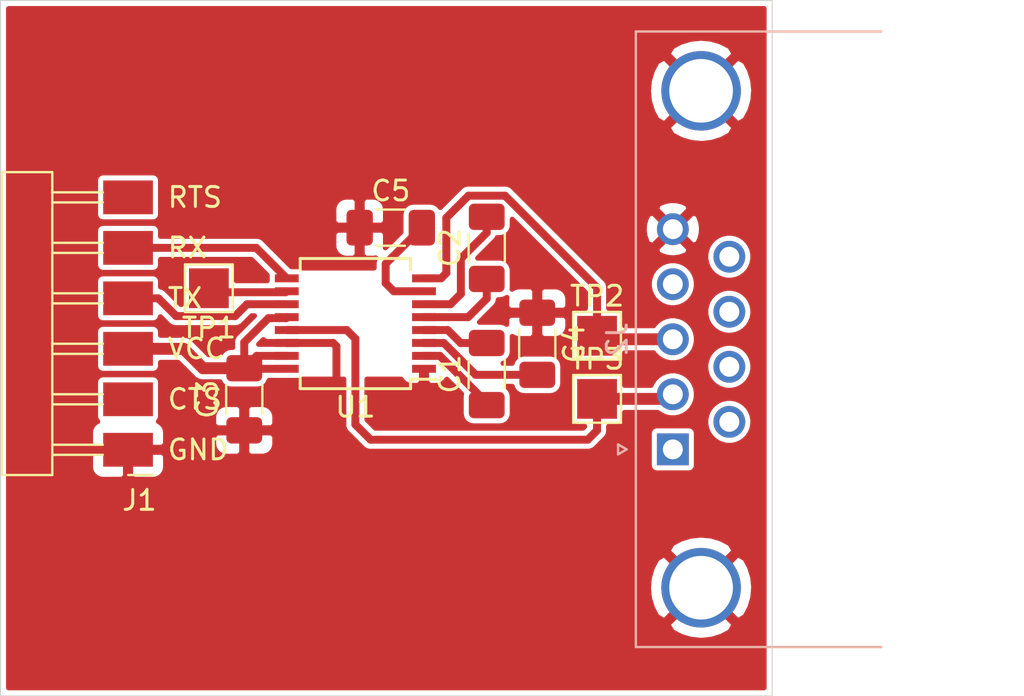
<source format=kicad_pcb>
(kicad_pcb (version 20171130) (host pcbnew "(5.1.10)-1")

  (general
    (thickness 1.6)
    (drawings 5)
    (tracks 66)
    (zones 0)
    (modules 11)
    (nets 22)
  )

  (page A4)
  (layers
    (0 F.Cu signal)
    (31 B.Cu signal)
    (32 B.Adhes user)
    (33 F.Adhes user)
    (34 B.Paste user)
    (35 F.Paste user)
    (36 B.SilkS user)
    (37 F.SilkS user hide)
    (38 B.Mask user)
    (39 F.Mask user)
    (40 Dwgs.User user)
    (41 Cmts.User user)
    (42 Eco1.User user)
    (43 Eco2.User user)
    (44 Edge.Cuts user)
    (45 Margin user)
    (46 B.CrtYd user)
    (47 F.CrtYd user)
    (48 B.Fab user hide)
    (49 F.Fab user hide)
  )

  (setup
    (last_trace_width 0.25)
    (user_trace_width 0.4)
    (user_trace_width 0.6)
    (trace_clearance 0.2)
    (zone_clearance 0.254)
    (zone_45_only no)
    (trace_min 0.2)
    (via_size 0.8)
    (via_drill 0.4)
    (via_min_size 0.4)
    (via_min_drill 0.3)
    (uvia_size 0.3)
    (uvia_drill 0.1)
    (uvias_allowed no)
    (uvia_min_size 0.2)
    (uvia_min_drill 0.1)
    (edge_width 0.05)
    (segment_width 0.2)
    (pcb_text_width 0.3)
    (pcb_text_size 1.5 1.5)
    (mod_edge_width 0.12)
    (mod_text_size 1 1)
    (mod_text_width 0.15)
    (pad_size 1.524 1.524)
    (pad_drill 0.762)
    (pad_to_mask_clearance 0)
    (aux_axis_origin 0 0)
    (visible_elements 7FFFFFFF)
    (pcbplotparams
      (layerselection 0x01000_ffffffff)
      (usegerberextensions false)
      (usegerberattributes true)
      (usegerberadvancedattributes true)
      (creategerberjobfile true)
      (excludeedgelayer true)
      (linewidth 0.100000)
      (plotframeref false)
      (viasonmask false)
      (mode 1)
      (useauxorigin false)
      (hpglpennumber 1)
      (hpglpenspeed 20)
      (hpglpendiameter 15.000000)
      (psnegative false)
      (psa4output false)
      (plotreference true)
      (plotvalue true)
      (plotinvisibletext false)
      (padsonsilk false)
      (subtractmaskfromsilk false)
      (outputformat 1)
      (mirror false)
      (drillshape 0)
      (scaleselection 1)
      (outputdirectory ""))
  )

  (net 0 "")
  (net 1 "Net-(C1-Pad2)")
  (net 2 "Net-(C1-Pad1)")
  (net 3 "Net-(C2-Pad2)")
  (net 4 "Net-(C2-Pad1)")
  (net 5 VCC)
  (net 6 GND)
  (net 7 "Net-(C4-Pad2)")
  (net 8 "Net-(C5-Pad2)")
  (net 9 "Net-(J1-Pad6)")
  (net 10 "Net-(J1-Pad2)")
  (net 11 "Net-(J2-Pad9)")
  (net 12 "Net-(J2-Pad8)")
  (net 13 "Net-(J2-Pad7)")
  (net 14 "Net-(J2-Pad6)")
  (net 15 "Net-(J2-Pad4)")
  (net 16 TX)
  (net 17 RX)
  (net 18 "Net-(J2-Pad1)")
  (net 19 "Net-(TP1-Pad1)")
  (net 20 RX_in)
  (net 21 TX_in)

  (net_class Default "This is the default net class."
    (clearance 0.2)
    (trace_width 0.25)
    (via_dia 0.8)
    (via_drill 0.4)
    (uvia_dia 0.3)
    (uvia_drill 0.1)
    (add_net GND)
    (add_net "Net-(C1-Pad1)")
    (add_net "Net-(C1-Pad2)")
    (add_net "Net-(C2-Pad1)")
    (add_net "Net-(C2-Pad2)")
    (add_net "Net-(C4-Pad2)")
    (add_net "Net-(C5-Pad2)")
    (add_net "Net-(J1-Pad2)")
    (add_net "Net-(J1-Pad6)")
    (add_net "Net-(J2-Pad1)")
    (add_net "Net-(J2-Pad4)")
    (add_net "Net-(J2-Pad6)")
    (add_net "Net-(J2-Pad7)")
    (add_net "Net-(J2-Pad8)")
    (add_net "Net-(J2-Pad9)")
    (add_net "Net-(TP1-Pad1)")
    (add_net RX)
    (add_net RX_in)
    (add_net TX)
    (add_net TX_in)
    (add_net VCC)
  )

  (module Package_SO:SSOP-16_5.3x6.2mm_P0.65mm (layer F.Cu) (tedit 5A02F25C) (tstamp 60F18BEC)
    (at 54.61 29.21 180)
    (descr "SSOP16: plastic shrink small outline package; 16 leads; body width 5.3 mm; (see NXP SSOP-TSSOP-VSO-REFLOW.pdf and sot338-1_po.pdf)")
    (tags "SSOP 0.65")
    (path /60EFFA3A)
    (attr smd)
    (fp_text reference U1 (at 0 -4.2) (layer F.SilkS)
      (effects (font (size 1 1) (thickness 0.15)))
    )
    (fp_text value MAX3221 (at 0 4.2) (layer F.Fab)
      (effects (font (size 1 1) (thickness 0.15)))
    )
    (fp_line (start -2.775 -2.8) (end -4.05 -2.8) (layer F.SilkS) (width 0.15))
    (fp_line (start -2.775 3.275) (end 2.775 3.275) (layer F.SilkS) (width 0.15))
    (fp_line (start -2.775 -3.275) (end 2.775 -3.275) (layer F.SilkS) (width 0.15))
    (fp_line (start -2.775 3.275) (end -2.775 2.7) (layer F.SilkS) (width 0.15))
    (fp_line (start 2.775 3.275) (end 2.775 2.7) (layer F.SilkS) (width 0.15))
    (fp_line (start 2.775 -3.275) (end 2.775 -2.7) (layer F.SilkS) (width 0.15))
    (fp_line (start -2.775 -3.275) (end -2.775 -2.8) (layer F.SilkS) (width 0.15))
    (fp_line (start -4.3 3.45) (end 4.3 3.45) (layer F.CrtYd) (width 0.05))
    (fp_line (start -4.3 -3.45) (end 4.3 -3.45) (layer F.CrtYd) (width 0.05))
    (fp_line (start 4.3 -3.45) (end 4.3 3.45) (layer F.CrtYd) (width 0.05))
    (fp_line (start -4.3 -3.45) (end -4.3 3.45) (layer F.CrtYd) (width 0.05))
    (fp_line (start -2.65 -2.1) (end -1.65 -3.1) (layer F.Fab) (width 0.15))
    (fp_line (start -2.65 3.1) (end -2.65 -2.1) (layer F.Fab) (width 0.15))
    (fp_line (start 2.65 3.1) (end -2.65 3.1) (layer F.Fab) (width 0.15))
    (fp_line (start 2.65 -3.1) (end 2.65 3.1) (layer F.Fab) (width 0.15))
    (fp_line (start -1.65 -3.1) (end 2.65 -3.1) (layer F.Fab) (width 0.15))
    (fp_text user %R (at 0 0) (layer F.Fab)
      (effects (font (size 0.8 0.8) (thickness 0.15)))
    )
    (pad 16 smd rect (at 3.45 -2.275 180) (size 1.2 0.4) (layers F.Cu F.Paste F.Mask)
      (net 5 VCC))
    (pad 15 smd rect (at 3.45 -1.625 180) (size 1.2 0.4) (layers F.Cu F.Paste F.Mask)
      (net 5 VCC))
    (pad 14 smd rect (at 3.45 -0.975 180) (size 1.2 0.4) (layers F.Cu F.Paste F.Mask)
      (net 6 GND))
    (pad 13 smd rect (at 3.45 -0.325 180) (size 1.2 0.4) (layers F.Cu F.Paste F.Mask)
      (net 17 RX))
    (pad 12 smd rect (at 3.45 0.325 180) (size 1.2 0.4) (layers F.Cu F.Paste F.Mask)
      (net 5 VCC))
    (pad 11 smd rect (at 3.45 0.975 180) (size 1.2 0.4) (layers F.Cu F.Paste F.Mask)
      (net 21 TX_in))
    (pad 10 smd rect (at 3.45 1.625 180) (size 1.2 0.4) (layers F.Cu F.Paste F.Mask)
      (net 19 "Net-(TP1-Pad1)"))
    (pad 9 smd rect (at 3.45 2.275 180) (size 1.2 0.4) (layers F.Cu F.Paste F.Mask)
      (net 20 RX_in))
    (pad 8 smd rect (at -3.45 2.275 180) (size 1.2 0.4) (layers F.Cu F.Paste F.Mask)
      (net 16 TX))
    (pad 7 smd rect (at -3.45 1.625 180) (size 1.2 0.4) (layers F.Cu F.Paste F.Mask)
      (net 8 "Net-(C5-Pad2)"))
    (pad 6 smd rect (at -3.45 0.975 180) (size 1.2 0.4) (layers F.Cu F.Paste F.Mask)
      (net 3 "Net-(C2-Pad2)"))
    (pad 5 smd rect (at -3.45 0.325 180) (size 1.2 0.4) (layers F.Cu F.Paste F.Mask)
      (net 4 "Net-(C2-Pad1)"))
    (pad 4 smd rect (at -3.45 -0.325 180) (size 1.2 0.4) (layers F.Cu F.Paste F.Mask)
      (net 1 "Net-(C1-Pad2)"))
    (pad 3 smd rect (at -3.45 -0.975 180) (size 1.2 0.4) (layers F.Cu F.Paste F.Mask)
      (net 7 "Net-(C4-Pad2)"))
    (pad 2 smd rect (at -3.45 -1.625 180) (size 1.2 0.4) (layers F.Cu F.Paste F.Mask)
      (net 2 "Net-(C1-Pad1)"))
    (pad 1 smd rect (at -3.45 -2.275 180) (size 1.2 0.4) (layers F.Cu F.Paste F.Mask)
      (net 6 GND))
    (model ${KISYS3DMOD}/Package_SO.3dshapes/SSOP-16_5.3x6.2mm_P0.65mm.wrl
      (at (xyz 0 0 0))
      (scale (xyz 1 1 1))
      (rotate (xyz 0 0 0))
    )
  )

  (module TestPoint:TestPoint_Pad_2.0x2.0mm (layer F.Cu) (tedit 5A0F774F) (tstamp 60F179DD)
    (at 66.76136 32.99968)
    (descr "SMD rectangular pad as test Point, square 2.0mm side length")
    (tags "test point SMD pad rectangle square")
    (path /60F1B8C1)
    (attr virtual)
    (fp_text reference TP3 (at 0 -1.998) (layer F.SilkS)
      (effects (font (size 1 1) (thickness 0.15)))
    )
    (fp_text value TestPoint (at 0 2.05) (layer F.Fab)
      (effects (font (size 1 1) (thickness 0.15)))
    )
    (fp_line (start 1.5 1.5) (end -1.5 1.5) (layer F.CrtYd) (width 0.05))
    (fp_line (start 1.5 1.5) (end 1.5 -1.5) (layer F.CrtYd) (width 0.05))
    (fp_line (start -1.5 -1.5) (end -1.5 1.5) (layer F.CrtYd) (width 0.05))
    (fp_line (start -1.5 -1.5) (end 1.5 -1.5) (layer F.CrtYd) (width 0.05))
    (fp_line (start -1.2 1.2) (end -1.2 -1.2) (layer F.SilkS) (width 0.12))
    (fp_line (start 1.2 1.2) (end -1.2 1.2) (layer F.SilkS) (width 0.12))
    (fp_line (start 1.2 -1.2) (end 1.2 1.2) (layer F.SilkS) (width 0.12))
    (fp_line (start -1.2 -1.2) (end 1.2 -1.2) (layer F.SilkS) (width 0.12))
    (fp_text user %R (at 0 -2) (layer F.Fab)
      (effects (font (size 1 1) (thickness 0.15)))
    )
    (pad 1 smd rect (at 0 0) (size 2 2) (layers F.Cu F.Mask)
      (net 17 RX))
  )

  (module TestPoint:TestPoint_Pad_2.0x2.0mm (layer F.Cu) (tedit 5A0F774F) (tstamp 60F18974)
    (at 66.76136 29.82468)
    (descr "SMD rectangular pad as test Point, square 2.0mm side length")
    (tags "test point SMD pad rectangle square")
    (path /60F1B019)
    (attr virtual)
    (fp_text reference TP2 (at 0 -1.998) (layer F.SilkS)
      (effects (font (size 1 1) (thickness 0.15)))
    )
    (fp_text value TestPoint (at 0 2.05) (layer F.Fab)
      (effects (font (size 1 1) (thickness 0.15)))
    )
    (fp_line (start 1.5 1.5) (end -1.5 1.5) (layer F.CrtYd) (width 0.05))
    (fp_line (start 1.5 1.5) (end 1.5 -1.5) (layer F.CrtYd) (width 0.05))
    (fp_line (start -1.5 -1.5) (end -1.5 1.5) (layer F.CrtYd) (width 0.05))
    (fp_line (start -1.5 -1.5) (end 1.5 -1.5) (layer F.CrtYd) (width 0.05))
    (fp_line (start -1.2 1.2) (end -1.2 -1.2) (layer F.SilkS) (width 0.12))
    (fp_line (start 1.2 1.2) (end -1.2 1.2) (layer F.SilkS) (width 0.12))
    (fp_line (start 1.2 -1.2) (end 1.2 1.2) (layer F.SilkS) (width 0.12))
    (fp_line (start -1.2 -1.2) (end 1.2 -1.2) (layer F.SilkS) (width 0.12))
    (fp_text user %R (at 0 -2) (layer F.Fab)
      (effects (font (size 1 1) (thickness 0.15)))
    )
    (pad 1 smd rect (at 0 0) (size 2 2) (layers F.Cu F.Mask)
      (net 16 TX))
  )

  (module TestPoint:TestPoint_Pad_2.0x2.0mm (layer F.Cu) (tedit 5A0F774F) (tstamp 60F18D5D)
    (at 47.244 27.432 180)
    (descr "SMD rectangular pad as test Point, square 2.0mm side length")
    (tags "test point SMD pad rectangle square")
    (path /60F0CD5B)
    (attr virtual)
    (fp_text reference TP1 (at 0 -1.998) (layer F.SilkS)
      (effects (font (size 1 1) (thickness 0.15)))
    )
    (fp_text value TestPoint (at 0 2.05) (layer F.Fab)
      (effects (font (size 1 1) (thickness 0.15)))
    )
    (fp_line (start 1.5 1.5) (end -1.5 1.5) (layer F.CrtYd) (width 0.05))
    (fp_line (start 1.5 1.5) (end 1.5 -1.5) (layer F.CrtYd) (width 0.05))
    (fp_line (start -1.5 -1.5) (end -1.5 1.5) (layer F.CrtYd) (width 0.05))
    (fp_line (start -1.5 -1.5) (end 1.5 -1.5) (layer F.CrtYd) (width 0.05))
    (fp_line (start -1.2 1.2) (end -1.2 -1.2) (layer F.SilkS) (width 0.12))
    (fp_line (start 1.2 1.2) (end -1.2 1.2) (layer F.SilkS) (width 0.12))
    (fp_line (start 1.2 -1.2) (end 1.2 1.2) (layer F.SilkS) (width 0.12))
    (fp_line (start -1.2 -1.2) (end 1.2 -1.2) (layer F.SilkS) (width 0.12))
    (fp_text user %R (at 0 -2) (layer F.Fab)
      (effects (font (size 1 1) (thickness 0.15)))
    )
    (pad 1 smd rect (at 0 0 180) (size 2 2) (layers F.Cu F.Mask)
      (net 19 "Net-(TP1-Pad1)"))
  )

  (module Connector_Dsub:DSUB-9_Female_Horizontal_P2.77x2.84mm_EdgePinOffset7.70mm_Housed_MountingHolesOffset9.12mm (layer B.Cu) (tedit 59FEDEE2) (tstamp 60F179B3)
    (at 70.57136 35.53968 270)
    (descr "9-pin D-Sub connector, horizontal/angled (90 deg), THT-mount, female, pitch 2.77x2.84mm, pin-PCB-offset 7.699999999999999mm, distance of mounting holes 25mm, distance of mounting holes to PCB edge 9.12mm, see https://disti-assets.s3.amazonaws.com/tonar/files/datasheets/16730.pdf")
    (tags "9-pin D-Sub connector horizontal angled 90deg THT female pitch 2.77x2.84mm pin-PCB-offset 7.699999999999999mm mounting-holes-distance 25mm mounting-hole-offset 25mm")
    (path /60F00B00)
    (fp_text reference J2 (at -5.54 2.8 270) (layer B.SilkS)
      (effects (font (size 1 1) (thickness 0.15)) (justify mirror))
    )
    (fp_text value DB9_Female_MountingHoles (at -5.54 -18.61 270) (layer B.Fab)
      (effects (font (size 1 1) (thickness 0.15)) (justify mirror))
    )
    (fp_line (start 10.4 2.35) (end -21.5 2.35) (layer B.CrtYd) (width 0.05))
    (fp_line (start 10.4 -17.65) (end 10.4 2.35) (layer B.CrtYd) (width 0.05))
    (fp_line (start -21.5 -17.65) (end 10.4 -17.65) (layer B.CrtYd) (width 0.05))
    (fp_line (start -21.5 2.35) (end -21.5 -17.65) (layer B.CrtYd) (width 0.05))
    (fp_line (start 0 2.321325) (end -0.25 2.754338) (layer B.SilkS) (width 0.12))
    (fp_line (start 0.25 2.754338) (end 0 2.321325) (layer B.SilkS) (width 0.12))
    (fp_line (start -0.25 2.754338) (end 0.25 2.754338) (layer B.SilkS) (width 0.12))
    (fp_line (start 9.945 1.86) (end 9.945 -10.48) (layer B.SilkS) (width 0.12))
    (fp_line (start -21.025 1.86) (end 9.945 1.86) (layer B.SilkS) (width 0.12))
    (fp_line (start -21.025 -10.48) (end -21.025 1.86) (layer B.SilkS) (width 0.12))
    (fp_line (start 8.56 -10.54) (end 8.56 -1.42) (layer B.Fab) (width 0.1))
    (fp_line (start 5.36 -10.54) (end 5.36 -1.42) (layer B.Fab) (width 0.1))
    (fp_line (start -16.44 -10.54) (end -16.44 -1.42) (layer B.Fab) (width 0.1))
    (fp_line (start -19.64 -10.54) (end -19.64 -1.42) (layer B.Fab) (width 0.1))
    (fp_line (start 9.46 -10.94) (end 4.46 -10.94) (layer B.Fab) (width 0.1))
    (fp_line (start 9.46 -15.94) (end 9.46 -10.94) (layer B.Fab) (width 0.1))
    (fp_line (start 4.46 -15.94) (end 9.46 -15.94) (layer B.Fab) (width 0.1))
    (fp_line (start 4.46 -10.94) (end 4.46 -15.94) (layer B.Fab) (width 0.1))
    (fp_line (start -15.54 -10.94) (end -20.54 -10.94) (layer B.Fab) (width 0.1))
    (fp_line (start -15.54 -15.94) (end -15.54 -10.94) (layer B.Fab) (width 0.1))
    (fp_line (start -20.54 -15.94) (end -15.54 -15.94) (layer B.Fab) (width 0.1))
    (fp_line (start -20.54 -10.94) (end -20.54 -15.94) (layer B.Fab) (width 0.1))
    (fp_line (start 2.61 -10.94) (end -13.69 -10.94) (layer B.Fab) (width 0.1))
    (fp_line (start 2.61 -17.11) (end 2.61 -10.94) (layer B.Fab) (width 0.1))
    (fp_line (start -13.69 -17.11) (end 2.61 -17.11) (layer B.Fab) (width 0.1))
    (fp_line (start -13.69 -10.94) (end -13.69 -17.11) (layer B.Fab) (width 0.1))
    (fp_line (start 9.885 -10.54) (end -20.965 -10.54) (layer B.Fab) (width 0.1))
    (fp_line (start 9.885 -10.94) (end 9.885 -10.54) (layer B.Fab) (width 0.1))
    (fp_line (start -20.965 -10.94) (end 9.885 -10.94) (layer B.Fab) (width 0.1))
    (fp_line (start -20.965 -10.54) (end -20.965 -10.94) (layer B.Fab) (width 0.1))
    (fp_line (start 9.885 1.8) (end -20.965 1.8) (layer B.Fab) (width 0.1))
    (fp_line (start 9.885 -10.54) (end 9.885 1.8) (layer B.Fab) (width 0.1))
    (fp_line (start -20.965 -10.54) (end 9.885 -10.54) (layer B.Fab) (width 0.1))
    (fp_line (start -20.965 1.8) (end -20.965 -10.54) (layer B.Fab) (width 0.1))
    (fp_text user %R (at -5.54 -14.025 270) (layer B.Fab)
      (effects (font (size 1 1) (thickness 0.15)) (justify mirror))
    )
    (fp_arc (start 6.96 -1.42) (end 5.36 -1.42) (angle -180) (layer B.Fab) (width 0.1))
    (fp_arc (start -18.04 -1.42) (end -19.64 -1.42) (angle -180) (layer B.Fab) (width 0.1))
    (pad 0 thru_hole circle (at 6.96 -1.42 270) (size 4 4) (drill 3.2) (layers *.Cu *.Mask)
      (net 6 GND))
    (pad 0 thru_hole circle (at -18.04 -1.42 270) (size 4 4) (drill 3.2) (layers *.Cu *.Mask)
      (net 6 GND))
    (pad 9 thru_hole circle (at -9.695 -2.84 270) (size 1.6 1.6) (drill 1) (layers *.Cu *.Mask)
      (net 11 "Net-(J2-Pad9)"))
    (pad 8 thru_hole circle (at -6.925 -2.84 270) (size 1.6 1.6) (drill 1) (layers *.Cu *.Mask)
      (net 12 "Net-(J2-Pad8)"))
    (pad 7 thru_hole circle (at -4.155 -2.84 270) (size 1.6 1.6) (drill 1) (layers *.Cu *.Mask)
      (net 13 "Net-(J2-Pad7)"))
    (pad 6 thru_hole circle (at -1.385 -2.84 270) (size 1.6 1.6) (drill 1) (layers *.Cu *.Mask)
      (net 14 "Net-(J2-Pad6)"))
    (pad 5 thru_hole circle (at -11.08 0 270) (size 1.6 1.6) (drill 1) (layers *.Cu *.Mask)
      (net 6 GND))
    (pad 4 thru_hole circle (at -8.31 0 270) (size 1.6 1.6) (drill 1) (layers *.Cu *.Mask)
      (net 15 "Net-(J2-Pad4)"))
    (pad 3 thru_hole circle (at -5.54 0 270) (size 1.6 1.6) (drill 1) (layers *.Cu *.Mask)
      (net 16 TX))
    (pad 2 thru_hole circle (at -2.77 0 270) (size 1.6 1.6) (drill 1) (layers *.Cu *.Mask)
      (net 17 RX))
    (pad 1 thru_hole rect (at 0 0 270) (size 1.6 1.6) (drill 1) (layers *.Cu *.Mask)
      (net 18 "Net-(J2-Pad1)"))
    (model ${KISYS3DMOD}/Connector_Dsub.3dshapes/DSUB-9_Female_Horizontal_P2.77x2.84mm_EdgePinOffset7.70mm_Housed_MountingHolesOffset9.12mm.wrl
      (at (xyz 0 0 0))
      (scale (xyz 1 1 1))
      (rotate (xyz 0 0 0))
    )
  )

  (module fab:PinHeader_FTDI_01x06_P2.54mm_Horizontal_SMD (layer F.Cu) (tedit 60851AE4) (tstamp 60F1797F)
    (at 43.18 35.56 180)
    (descr https://s3.amazonaws.com/catalogspreads-pdf/PAGE112-113%20.100%20MALE%20HDR.pdf)
    (tags "horizontal pin header SMD 2.54mm")
    (path /60F0243E)
    (attr smd)
    (fp_text reference J1 (at -1.524 -2.54 180) (layer F.SilkS)
      (effects (font (size 1 1) (thickness 0.15)) (justify right))
    )
    (fp_text value Conn_PinHeader_FTDI_1x06_P2.54mm_Horizontal_SMD (at 2.286 15.621) (layer F.Fab)
      (effects (font (size 1 1) (thickness 0.15)))
    )
    (fp_line (start -0.635 12.446) (end -0.635 12.954) (layer F.Fab) (width 0.1))
    (fp_line (start -0.635 9.906) (end -0.635 10.414) (layer F.Fab) (width 0.1))
    (fp_line (start -0.635 7.366) (end -0.635 7.874) (layer F.Fab) (width 0.1))
    (fp_line (start -0.635 4.826) (end -0.635 5.334) (layer F.Fab) (width 0.1))
    (fp_line (start -0.635 2.286) (end -0.635 2.794) (layer F.Fab) (width 0.1))
    (fp_line (start -0.635 -0.254) (end -0.635 0.254) (layer F.Fab) (width 0.1))
    (fp_line (start 3.81 12.954) (end 1.27 12.954) (layer F.SilkS) (width 0.12))
    (fp_line (start 3.81 12.446) (end 1.27 12.446) (layer F.SilkS) (width 0.12))
    (fp_line (start 3.81 10.414) (end 1.27 10.414) (layer F.SilkS) (width 0.12))
    (fp_line (start 3.81 9.906) (end 1.27 9.906) (layer F.SilkS) (width 0.12))
    (fp_line (start 3.81 7.874) (end 1.27 7.874) (layer F.SilkS) (width 0.12))
    (fp_line (start 3.81 7.366) (end 1.27 7.366) (layer F.SilkS) (width 0.12))
    (fp_line (start 3.81 5.334) (end 1.27 5.334) (layer F.SilkS) (width 0.12))
    (fp_line (start 3.81 4.826) (end 1.27 4.826) (layer F.SilkS) (width 0.12))
    (fp_line (start 3.81 2.794) (end 1.27 2.794) (layer F.SilkS) (width 0.12))
    (fp_line (start 3.81 2.286) (end 1.27 2.286) (layer F.SilkS) (width 0.12))
    (fp_line (start 3.81 0.254) (end 1.27 0.254) (layer F.SilkS) (width 0.12))
    (fp_line (start 3.81 -0.254) (end 1.27 -0.254) (layer F.SilkS) (width 0.12))
    (fp_line (start 3.81 13.97) (end 3.81 -1.27) (layer F.SilkS) (width 0.12))
    (fp_line (start 6.35 13.97) (end 3.81 13.97) (layer F.SilkS) (width 0.12))
    (fp_line (start 6.35 -1.27) (end 6.35 13.97) (layer F.SilkS) (width 0.12))
    (fp_line (start 3.81 -1.27) (end 6.35 -1.27) (layer F.SilkS) (width 0.12))
    (fp_line (start 3.81 12.7) (end -0.635 12.7) (layer F.Fab) (width 0.1))
    (fp_line (start 3.81 10.16) (end -0.635 10.16) (layer F.Fab) (width 0.1))
    (fp_line (start 3.81 7.62) (end -0.635 7.62) (layer F.Fab) (width 0.1))
    (fp_line (start 3.81 5.08) (end -0.635 5.08) (layer F.Fab) (width 0.1))
    (fp_line (start 3.81 2.54) (end -0.635 2.54) (layer F.Fab) (width 0.1))
    (fp_line (start 3.81 0) (end -0.635 0) (layer F.Fab) (width 0.1))
    (fp_line (start 6.34 -1.27) (end 6.35 13.97) (layer F.Fab) (width 0.1))
    (fp_line (start 3.8 13.97) (end 6.35 13.97) (layer F.Fab) (width 0.1))
    (fp_line (start 3.8 -1.27) (end 6.34 -1.27) (layer F.Fab) (width 0.1))
    (fp_line (start 3.8 13.97) (end 3.8 -1.27) (layer F.Fab) (width 0.1))
    (fp_line (start -1.27 -1.27) (end 0 -1.27) (layer F.SilkS) (width 0.12))
    (fp_line (start -1.8 -1.8) (end -1.8 14.5) (layer F.CrtYd) (width 0.05))
    (fp_line (start -1.8 14.5) (end 6.4 14.5) (layer F.CrtYd) (width 0.05))
    (fp_line (start 6.4 14.5) (end 6.4 -1.8) (layer F.CrtYd) (width 0.05))
    (fp_line (start 6.4 -1.8) (end -1.8 -1.8) (layer F.CrtYd) (width 0.05))
    (fp_text user RTS (at -1.905 12.7) (layer F.SilkS)
      (effects (font (size 1 1) (thickness 0.15)) (justify left))
    )
    (fp_text user RX (at -1.905 10.16) (layer F.SilkS)
      (effects (font (size 1 1) (thickness 0.15)) (justify left))
    )
    (fp_text user TX (at -1.905 7.62) (layer F.SilkS)
      (effects (font (size 1 1) (thickness 0.15)) (justify left))
    )
    (fp_text user VCC (at -1.905 5.08) (layer F.SilkS)
      (effects (font (size 1 1) (thickness 0.15)) (justify left))
    )
    (fp_text user CTS (at -1.905 2.54) (layer F.SilkS)
      (effects (font (size 1 1) (thickness 0.15)) (justify left))
    )
    (fp_text user GND (at -1.905 0) (layer F.SilkS)
      (effects (font (size 1 1) (thickness 0.15)) (justify left))
    )
    (fp_text user %R (at 2.6 6.1 90) (layer F.Fab)
      (effects (font (size 1 1) (thickness 0.15)))
    )
    (pad 6 smd rect (at 0 12.7 180) (size 2.5 1.7) (layers F.Cu F.Paste F.Mask)
      (net 9 "Net-(J1-Pad6)"))
    (pad 5 smd rect (at 0 10.16 180) (size 2.5 1.7) (layers F.Cu F.Paste F.Mask)
      (net 20 RX_in))
    (pad 4 smd rect (at 0 7.62 180) (size 2.5 1.7) (layers F.Cu F.Paste F.Mask)
      (net 21 TX_in))
    (pad 3 smd rect (at 0 5.08 180) (size 2.5 1.7) (layers F.Cu F.Paste F.Mask)
      (net 5 VCC))
    (pad 2 smd rect (at 0 2.54 180) (size 2.5 1.7) (layers F.Cu F.Paste F.Mask)
      (net 10 "Net-(J1-Pad2)"))
    (pad 1 smd rect (at 0 0 180) (size 2.5 1.7) (layers F.Cu F.Paste F.Mask)
      (net 6 GND))
    (model ${FAB}/fab.3dshapes/Header_SMD_01x06_P2.54mm_Horizontal_Male.step
      (at (xyz 0 0 0))
      (scale (xyz 1 1 1))
      (rotate (xyz 0 0 0))
    )
  )

  (module Capacitor_SMD:C_1206_3216Metric_Pad1.33x1.80mm_HandSolder (layer F.Cu) (tedit 5F68FEEF) (tstamp 60F18CFB)
    (at 56.388 24.384)
    (descr "Capacitor SMD 1206 (3216 Metric), square (rectangular) end terminal, IPC_7351 nominal with elongated pad for handsoldering. (Body size source: IPC-SM-782 page 76, https://www.pcb-3d.com/wordpress/wp-content/uploads/ipc-sm-782a_amendment_1_and_2.pdf), generated with kicad-footprint-generator")
    (tags "capacitor handsolder")
    (path /60F08917)
    (attr smd)
    (fp_text reference C5 (at 0 -1.85) (layer F.SilkS)
      (effects (font (size 1 1) (thickness 0.15)))
    )
    (fp_text value 0.1u (at 0 1.85) (layer F.Fab)
      (effects (font (size 1 1) (thickness 0.15)))
    )
    (fp_line (start 2.48 1.15) (end -2.48 1.15) (layer F.CrtYd) (width 0.05))
    (fp_line (start 2.48 -1.15) (end 2.48 1.15) (layer F.CrtYd) (width 0.05))
    (fp_line (start -2.48 -1.15) (end 2.48 -1.15) (layer F.CrtYd) (width 0.05))
    (fp_line (start -2.48 1.15) (end -2.48 -1.15) (layer F.CrtYd) (width 0.05))
    (fp_line (start -0.711252 0.91) (end 0.711252 0.91) (layer F.SilkS) (width 0.12))
    (fp_line (start -0.711252 -0.91) (end 0.711252 -0.91) (layer F.SilkS) (width 0.12))
    (fp_line (start 1.6 0.8) (end -1.6 0.8) (layer F.Fab) (width 0.1))
    (fp_line (start 1.6 -0.8) (end 1.6 0.8) (layer F.Fab) (width 0.1))
    (fp_line (start -1.6 -0.8) (end 1.6 -0.8) (layer F.Fab) (width 0.1))
    (fp_line (start -1.6 0.8) (end -1.6 -0.8) (layer F.Fab) (width 0.1))
    (fp_text user %R (at 0 0) (layer F.Fab)
      (effects (font (size 0.8 0.8) (thickness 0.12)))
    )
    (pad 2 smd roundrect (at 1.5625 0) (size 1.325 1.8) (layers F.Cu F.Paste F.Mask) (roundrect_rratio 0.1886784905660377)
      (net 8 "Net-(C5-Pad2)"))
    (pad 1 smd roundrect (at -1.5625 0) (size 1.325 1.8) (layers F.Cu F.Paste F.Mask) (roundrect_rratio 0.1886784905660377)
      (net 6 GND))
    (model ${KISYS3DMOD}/Capacitor_SMD.3dshapes/C_1206_3216Metric.wrl
      (at (xyz 0 0 0))
      (scale (xyz 1 1 1))
      (rotate (xyz 0 0 0))
    )
  )

  (module Capacitor_SMD:C_1206_3216Metric_Pad1.33x1.80mm_HandSolder (layer F.Cu) (tedit 5F68FEEF) (tstamp 60F18C74)
    (at 63.754 30.226 270)
    (descr "Capacitor SMD 1206 (3216 Metric), square (rectangular) end terminal, IPC_7351 nominal with elongated pad for handsoldering. (Body size source: IPC-SM-782 page 76, https://www.pcb-3d.com/wordpress/wp-content/uploads/ipc-sm-782a_amendment_1_and_2.pdf), generated with kicad-footprint-generator")
    (tags "capacitor handsolder")
    (path /60F08105)
    (attr smd)
    (fp_text reference C4 (at 0 -1.85 90) (layer F.SilkS)
      (effects (font (size 1 1) (thickness 0.15)))
    )
    (fp_text value 0.1u (at 0 1.85 90) (layer F.Fab)
      (effects (font (size 1 1) (thickness 0.15)))
    )
    (fp_line (start 2.48 1.15) (end -2.48 1.15) (layer F.CrtYd) (width 0.05))
    (fp_line (start 2.48 -1.15) (end 2.48 1.15) (layer F.CrtYd) (width 0.05))
    (fp_line (start -2.48 -1.15) (end 2.48 -1.15) (layer F.CrtYd) (width 0.05))
    (fp_line (start -2.48 1.15) (end -2.48 -1.15) (layer F.CrtYd) (width 0.05))
    (fp_line (start -0.711252 0.91) (end 0.711252 0.91) (layer F.SilkS) (width 0.12))
    (fp_line (start -0.711252 -0.91) (end 0.711252 -0.91) (layer F.SilkS) (width 0.12))
    (fp_line (start 1.6 0.8) (end -1.6 0.8) (layer F.Fab) (width 0.1))
    (fp_line (start 1.6 -0.8) (end 1.6 0.8) (layer F.Fab) (width 0.1))
    (fp_line (start -1.6 -0.8) (end 1.6 -0.8) (layer F.Fab) (width 0.1))
    (fp_line (start -1.6 0.8) (end -1.6 -0.8) (layer F.Fab) (width 0.1))
    (fp_text user %R (at 0 0 90) (layer F.Fab)
      (effects (font (size 0.8 0.8) (thickness 0.12)))
    )
    (pad 2 smd roundrect (at 1.5625 0 270) (size 1.325 1.8) (layers F.Cu F.Paste F.Mask) (roundrect_rratio 0.1886784905660377)
      (net 7 "Net-(C4-Pad2)"))
    (pad 1 smd roundrect (at -1.5625 0 270) (size 1.325 1.8) (layers F.Cu F.Paste F.Mask) (roundrect_rratio 0.1886784905660377)
      (net 6 GND))
    (model ${KISYS3DMOD}/Capacitor_SMD.3dshapes/C_1206_3216Metric.wrl
      (at (xyz 0 0 0))
      (scale (xyz 1 1 1))
      (rotate (xyz 0 0 0))
    )
  )

  (module Capacitor_SMD:C_1206_3216Metric_Pad1.33x1.80mm_HandSolder (layer F.Cu) (tedit 5F68FEEF) (tstamp 60F17927)
    (at 49.022 33.02 90)
    (descr "Capacitor SMD 1206 (3216 Metric), square (rectangular) end terminal, IPC_7351 nominal with elongated pad for handsoldering. (Body size source: IPC-SM-782 page 76, https://www.pcb-3d.com/wordpress/wp-content/uploads/ipc-sm-782a_amendment_1_and_2.pdf), generated with kicad-footprint-generator")
    (tags "capacitor handsolder")
    (path /60F08E8E)
    (attr smd)
    (fp_text reference C3 (at 0 -1.85 90) (layer F.SilkS)
      (effects (font (size 1 1) (thickness 0.15)))
    )
    (fp_text value 0.1u (at 0 1.85 90) (layer F.Fab)
      (effects (font (size 1 1) (thickness 0.15)))
    )
    (fp_line (start 2.48 1.15) (end -2.48 1.15) (layer F.CrtYd) (width 0.05))
    (fp_line (start 2.48 -1.15) (end 2.48 1.15) (layer F.CrtYd) (width 0.05))
    (fp_line (start -2.48 -1.15) (end 2.48 -1.15) (layer F.CrtYd) (width 0.05))
    (fp_line (start -2.48 1.15) (end -2.48 -1.15) (layer F.CrtYd) (width 0.05))
    (fp_line (start -0.711252 0.91) (end 0.711252 0.91) (layer F.SilkS) (width 0.12))
    (fp_line (start -0.711252 -0.91) (end 0.711252 -0.91) (layer F.SilkS) (width 0.12))
    (fp_line (start 1.6 0.8) (end -1.6 0.8) (layer F.Fab) (width 0.1))
    (fp_line (start 1.6 -0.8) (end 1.6 0.8) (layer F.Fab) (width 0.1))
    (fp_line (start -1.6 -0.8) (end 1.6 -0.8) (layer F.Fab) (width 0.1))
    (fp_line (start -1.6 0.8) (end -1.6 -0.8) (layer F.Fab) (width 0.1))
    (fp_text user %R (at 0 0 90) (layer F.Fab)
      (effects (font (size 0.8 0.8) (thickness 0.12)))
    )
    (pad 2 smd roundrect (at 1.5625 0 90) (size 1.325 1.8) (layers F.Cu F.Paste F.Mask) (roundrect_rratio 0.1886784905660377)
      (net 5 VCC))
    (pad 1 smd roundrect (at -1.5625 0 90) (size 1.325 1.8) (layers F.Cu F.Paste F.Mask) (roundrect_rratio 0.1886784905660377)
      (net 6 GND))
    (model ${KISYS3DMOD}/Capacitor_SMD.3dshapes/C_1206_3216Metric.wrl
      (at (xyz 0 0 0))
      (scale (xyz 1 1 1))
      (rotate (xyz 0 0 0))
    )
  )

  (module Capacitor_SMD:C_1206_3216Metric_Pad1.33x1.80mm_HandSolder (layer F.Cu) (tedit 5F68FEEF) (tstamp 60F18CA4)
    (at 61.214 25.4 90)
    (descr "Capacitor SMD 1206 (3216 Metric), square (rectangular) end terminal, IPC_7351 nominal with elongated pad for handsoldering. (Body size source: IPC-SM-782 page 76, https://www.pcb-3d.com/wordpress/wp-content/uploads/ipc-sm-782a_amendment_1_and_2.pdf), generated with kicad-footprint-generator")
    (tags "capacitor handsolder")
    (path /60F07069)
    (attr smd)
    (fp_text reference C2 (at 0 -1.85 90) (layer F.SilkS)
      (effects (font (size 1 1) (thickness 0.15)))
    )
    (fp_text value 0.1u (at 0 1.85 90) (layer F.Fab)
      (effects (font (size 1 1) (thickness 0.15)))
    )
    (fp_line (start 2.48 1.15) (end -2.48 1.15) (layer F.CrtYd) (width 0.05))
    (fp_line (start 2.48 -1.15) (end 2.48 1.15) (layer F.CrtYd) (width 0.05))
    (fp_line (start -2.48 -1.15) (end 2.48 -1.15) (layer F.CrtYd) (width 0.05))
    (fp_line (start -2.48 1.15) (end -2.48 -1.15) (layer F.CrtYd) (width 0.05))
    (fp_line (start -0.711252 0.91) (end 0.711252 0.91) (layer F.SilkS) (width 0.12))
    (fp_line (start -0.711252 -0.91) (end 0.711252 -0.91) (layer F.SilkS) (width 0.12))
    (fp_line (start 1.6 0.8) (end -1.6 0.8) (layer F.Fab) (width 0.1))
    (fp_line (start 1.6 -0.8) (end 1.6 0.8) (layer F.Fab) (width 0.1))
    (fp_line (start -1.6 -0.8) (end 1.6 -0.8) (layer F.Fab) (width 0.1))
    (fp_line (start -1.6 0.8) (end -1.6 -0.8) (layer F.Fab) (width 0.1))
    (fp_text user %R (at 0 0 90) (layer F.Fab)
      (effects (font (size 0.8 0.8) (thickness 0.12)))
    )
    (pad 2 smd roundrect (at 1.5625 0 90) (size 1.325 1.8) (layers F.Cu F.Paste F.Mask) (roundrect_rratio 0.1886784905660377)
      (net 3 "Net-(C2-Pad2)"))
    (pad 1 smd roundrect (at -1.5625 0 90) (size 1.325 1.8) (layers F.Cu F.Paste F.Mask) (roundrect_rratio 0.1886784905660377)
      (net 4 "Net-(C2-Pad1)"))
    (model ${KISYS3DMOD}/Capacitor_SMD.3dshapes/C_1206_3216Metric.wrl
      (at (xyz 0 0 0))
      (scale (xyz 1 1 1))
      (rotate (xyz 0 0 0))
    )
  )

  (module Capacitor_SMD:C_1206_3216Metric_Pad1.33x1.80mm_HandSolder (layer F.Cu) (tedit 5F68FEEF) (tstamp 60F18C44)
    (at 61.214 31.75 90)
    (descr "Capacitor SMD 1206 (3216 Metric), square (rectangular) end terminal, IPC_7351 nominal with elongated pad for handsoldering. (Body size source: IPC-SM-782 page 76, https://www.pcb-3d.com/wordpress/wp-content/uploads/ipc-sm-782a_amendment_1_and_2.pdf), generated with kicad-footprint-generator")
    (tags "capacitor handsolder")
    (path /60F07B9C)
    (attr smd)
    (fp_text reference C1 (at 0 -1.85 90) (layer F.SilkS)
      (effects (font (size 1 1) (thickness 0.15)))
    )
    (fp_text value 0.1u (at 0 1.85 90) (layer F.Fab)
      (effects (font (size 1 1) (thickness 0.15)))
    )
    (fp_line (start 2.48 1.15) (end -2.48 1.15) (layer F.CrtYd) (width 0.05))
    (fp_line (start 2.48 -1.15) (end 2.48 1.15) (layer F.CrtYd) (width 0.05))
    (fp_line (start -2.48 -1.15) (end 2.48 -1.15) (layer F.CrtYd) (width 0.05))
    (fp_line (start -2.48 1.15) (end -2.48 -1.15) (layer F.CrtYd) (width 0.05))
    (fp_line (start -0.711252 0.91) (end 0.711252 0.91) (layer F.SilkS) (width 0.12))
    (fp_line (start -0.711252 -0.91) (end 0.711252 -0.91) (layer F.SilkS) (width 0.12))
    (fp_line (start 1.6 0.8) (end -1.6 0.8) (layer F.Fab) (width 0.1))
    (fp_line (start 1.6 -0.8) (end 1.6 0.8) (layer F.Fab) (width 0.1))
    (fp_line (start -1.6 -0.8) (end 1.6 -0.8) (layer F.Fab) (width 0.1))
    (fp_line (start -1.6 0.8) (end -1.6 -0.8) (layer F.Fab) (width 0.1))
    (fp_text user %R (at 0 0 90) (layer F.Fab)
      (effects (font (size 0.8 0.8) (thickness 0.12)))
    )
    (pad 2 smd roundrect (at 1.5625 0 90) (size 1.325 1.8) (layers F.Cu F.Paste F.Mask) (roundrect_rratio 0.1886784905660377)
      (net 1 "Net-(C1-Pad2)"))
    (pad 1 smd roundrect (at -1.5625 0 90) (size 1.325 1.8) (layers F.Cu F.Paste F.Mask) (roundrect_rratio 0.1886784905660377)
      (net 2 "Net-(C1-Pad1)"))
    (model ${KISYS3DMOD}/Capacitor_SMD.3dshapes/C_1206_3216Metric.wrl
      (at (xyz 0 0 0))
      (scale (xyz 1 1 1))
      (rotate (xyz 0 0 0))
    )
  )

  (gr_line (start 36.7665 12.954) (end 36.83 12.954) (layer Edge.Cuts) (width 0.05) (tstamp 60F1969C))
  (gr_line (start 36.7665 47.9425) (end 36.7665 12.954) (layer Edge.Cuts) (width 0.05))
  (gr_line (start 75.565 47.9425) (end 36.7665 47.9425) (layer Edge.Cuts) (width 0.05))
  (gr_line (start 75.565 12.954) (end 75.565 47.9425) (layer Edge.Cuts) (width 0.05))
  (gr_line (start 36.83 12.954) (end 75.565 12.954) (layer Edge.Cuts) (width 0.05))

  (segment (start 59.253 29.535) (end 58.06 29.535) (width 0.4) (layer F.Cu) (net 1))
  (segment (start 59.9055 30.1875) (end 59.253 29.535) (width 0.4) (layer F.Cu) (net 1))
  (segment (start 61.214 30.1875) (end 59.9055 30.1875) (width 0.4) (layer F.Cu) (net 1))
  (segment (start 61.214 33.193084) (end 58.855916 30.835) (width 0.4) (layer F.Cu) (net 2))
  (segment (start 61.214 33.3125) (end 61.214 33.193084) (width 0.4) (layer F.Cu) (net 2))
  (segment (start 58.855916 30.835) (end 58.06 30.835) (width 0.4) (layer F.Cu) (net 2))
  (segment (start 59.395 28.235) (end 58.06 28.235) (width 0.4) (layer F.Cu) (net 3))
  (segment (start 59.91399 27.71601) (end 59.395 28.235) (width 0.4) (layer F.Cu) (net 3))
  (segment (start 59.91399 25.93801) (end 59.91399 27.71601) (width 0.4) (layer F.Cu) (net 3))
  (segment (start 61.214 24.638) (end 59.91399 25.93801) (width 0.4) (layer F.Cu) (net 3))
  (segment (start 61.214 23.8375) (end 61.214 24.638) (width 0.4) (layer F.Cu) (net 3))
  (segment (start 60.280744 28.885) (end 58.06 28.885) (width 0.4) (layer F.Cu) (net 4))
  (segment (start 61.214 27.951744) (end 60.280744 28.885) (width 0.4) (layer F.Cu) (net 4))
  (segment (start 61.214 26.9625) (end 61.214 27.951744) (width 0.4) (layer F.Cu) (net 4))
  (segment (start 46.9515 31.4575) (end 49.022 31.4575) (width 0.6) (layer F.Cu) (net 5))
  (segment (start 45.974 30.48) (end 46.9515 31.4575) (width 0.6) (layer F.Cu) (net 5))
  (segment (start 43.18 30.48) (end 45.974 30.48) (width 0.6) (layer F.Cu) (net 5))
  (segment (start 49.0495 31.485) (end 49.022 31.4575) (width 0.4) (layer F.Cu) (net 5))
  (segment (start 51.16 31.485) (end 49.0495 31.485) (width 0.4) (layer F.Cu) (net 5))
  (segment (start 49.6445 30.835) (end 49.022 31.4575) (width 0.4) (layer F.Cu) (net 5))
  (segment (start 51.16 30.835) (end 49.6445 30.835) (width 0.4) (layer F.Cu) (net 5))
  (segment (start 49.022 30.152998) (end 49.022 31.4575) (width 0.4) (layer F.Cu) (net 5))
  (segment (start 50.239999 28.934999) (end 49.022 30.152998) (width 0.4) (layer F.Cu) (net 5))
  (segment (start 51.138501 28.934999) (end 50.239999 28.934999) (width 0.4) (layer F.Cu) (net 5))
  (segment (start 51.16 28.9135) (end 51.138501 28.934999) (width 0.4) (layer F.Cu) (net 5))
  (segment (start 51.16 28.885) (end 51.16 28.9135) (width 0.4) (layer F.Cu) (net 5))
  (segment (start 53.6575 33.3375) (end 53.9115 33.3375) (width 0.4) (layer F.Cu) (net 6))
  (segment (start 53.6575 30.353) (end 53.6575 33.3375) (width 0.4) (layer F.Cu) (net 6))
  (segment (start 53.4895 30.185) (end 53.6575 30.353) (width 0.4) (layer F.Cu) (net 6))
  (segment (start 51.16 30.185) (end 53.4895 30.185) (width 0.4) (layer F.Cu) (net 6))
  (segment (start 63.754 31.7885) (end 60.657958 31.7885) (width 0.4) (layer F.Cu) (net 7))
  (segment (start 59.054458 30.185) (end 58.06 30.185) (width 0.4) (layer F.Cu) (net 7))
  (segment (start 60.657958 31.7885) (end 59.054458 30.185) (width 0.4) (layer F.Cu) (net 7))
  (segment (start 57.9505 24.384) (end 56.134 26.2005) (width 0.4) (layer F.Cu) (net 8))
  (segment (start 56.134 26.2005) (end 56.134 27.178) (width 0.4) (layer F.Cu) (net 8))
  (segment (start 56.541 27.585) (end 58.06 27.585) (width 0.4) (layer F.Cu) (net 8))
  (segment (start 56.134 27.178) (end 56.541 27.585) (width 0.4) (layer F.Cu) (net 8))
  (segment (start 66.93636 29.99968) (end 66.76136 29.82468) (width 0.6) (layer F.Cu) (net 16))
  (segment (start 70.57136 29.99968) (end 66.93636 29.99968) (width 0.6) (layer F.Cu) (net 16))
  (segment (start 60.294754 22.77499) (end 59.182 23.887744) (width 0.4) (layer F.Cu) (net 16))
  (segment (start 62.133246 22.77499) (end 60.294754 22.77499) (width 0.4) (layer F.Cu) (net 16))
  (segment (start 66.76136 27.403104) (end 62.133246 22.77499) (width 0.4) (layer F.Cu) (net 16))
  (segment (start 66.76136 29.82468) (end 66.76136 27.403104) (width 0.4) (layer F.Cu) (net 16))
  (segment (start 58.917 26.935) (end 58.06 26.935) (width 0.4) (layer F.Cu) (net 16))
  (segment (start 59.182 26.67) (end 58.917 26.935) (width 0.4) (layer F.Cu) (net 16))
  (segment (start 59.182 23.887744) (end 59.182 26.67) (width 0.4) (layer F.Cu) (net 16))
  (segment (start 51.16 29.535) (end 54.173 29.535) (width 0.4) (layer F.Cu) (net 17))
  (segment (start 54.173 29.535) (end 54.61 29.972) (width 0.4) (layer F.Cu) (net 17))
  (segment (start 54.61 29.972) (end 54.61 34.29) (width 0.4) (layer F.Cu) (net 17))
  (segment (start 54.61 34.29) (end 55.372 35.052) (width 0.4) (layer F.Cu) (net 17))
  (segment (start 55.372 35.052) (end 66.294 35.052) (width 0.4) (layer F.Cu) (net 17))
  (segment (start 66.76136 34.58464) (end 66.76136 32.99968) (width 0.4) (layer F.Cu) (net 17))
  (segment (start 66.294 35.052) (end 66.76136 34.58464) (width 0.4) (layer F.Cu) (net 17))
  (segment (start 70.34136 32.99968) (end 70.57136 32.76968) (width 0.6) (layer F.Cu) (net 17))
  (segment (start 66.76136 32.99968) (end 70.34136 32.99968) (width 0.6) (layer F.Cu) (net 17))
  (segment (start 47.44699 27.63499) (end 47.244 27.432) (width 0.4) (layer F.Cu) (net 19))
  (segment (start 51.10501 27.63499) (end 47.44699 27.63499) (width 0.4) (layer F.Cu) (net 19))
  (segment (start 51.155 27.585) (end 51.10501 27.63499) (width 0.4) (layer F.Cu) (net 19))
  (segment (start 51.16 27.585) (end 51.155 27.585) (width 0.4) (layer F.Cu) (net 19))
  (segment (start 49.625 25.4) (end 43.18 25.4) (width 0.4) (layer F.Cu) (net 20))
  (segment (start 51.16 26.935) (end 49.625 25.4) (width 0.4) (layer F.Cu) (net 20))
  (segment (start 48.564001 28.832001) (end 45.596001 28.832001) (width 0.4) (layer F.Cu) (net 21))
  (segment (start 49.161002 28.235) (end 48.564001 28.832001) (width 0.4) (layer F.Cu) (net 21))
  (segment (start 51.16 28.235) (end 49.161002 28.235) (width 0.4) (layer F.Cu) (net 21))
  (segment (start 44.704 27.94) (end 43.18 27.94) (width 0.4) (layer F.Cu) (net 21))
  (segment (start 45.596001 28.832001) (end 44.704 27.94) (width 0.4) (layer F.Cu) (net 21))

  (zone (net 6) (net_name GND) (layer F.Cu) (tstamp 61278812) (hatch edge 0.508)
    (connect_pads (clearance 0.254))
    (min_thickness 0.254)
    (fill yes (arc_segments 32) (thermal_gap 0.508) (thermal_bridge_width 0.508))
    (polygon
      (pts
        (xy 75.52698 47.930634) (xy 36.83 47.930634) (xy 36.83 13.005634) (xy 75.52698 13.005634)
      )
    )
    (filled_polygon
      (pts
        (xy 75.159001 47.5365) (xy 37.1725 47.5365) (xy 37.1725 44.347179) (xy 70.323466 44.347179) (xy 70.539588 44.713938)
        (xy 70.999465 44.954618) (xy 71.497458 45.100955) (xy 72.014431 45.147328) (xy 72.530519 45.091953) (xy 73.025886 44.936959)
        (xy 73.443132 44.713938) (xy 73.659254 44.347179) (xy 71.99136 42.679285) (xy 70.323466 44.347179) (xy 37.1725 44.347179)
        (xy 37.1725 42.522751) (xy 69.343712 42.522751) (xy 69.399087 43.038839) (xy 69.554081 43.534206) (xy 69.777102 43.951452)
        (xy 70.143861 44.167574) (xy 71.811755 42.49968) (xy 72.170965 42.49968) (xy 73.838859 44.167574) (xy 74.205618 43.951452)
        (xy 74.446298 43.491575) (xy 74.592635 42.993582) (xy 74.639008 42.476609) (xy 74.583633 41.960521) (xy 74.428639 41.465154)
        (xy 74.205618 41.047908) (xy 73.838859 40.831786) (xy 72.170965 42.49968) (xy 71.811755 42.49968) (xy 70.143861 40.831786)
        (xy 69.777102 41.047908) (xy 69.536422 41.507785) (xy 69.390085 42.005778) (xy 69.343712 42.522751) (xy 37.1725 42.522751)
        (xy 37.1725 40.652181) (xy 70.323466 40.652181) (xy 71.99136 42.320075) (xy 73.659254 40.652181) (xy 73.443132 40.285422)
        (xy 72.983255 40.044742) (xy 72.485262 39.898405) (xy 71.968289 39.852032) (xy 71.452201 39.907407) (xy 70.956834 40.062401)
        (xy 70.539588 40.285422) (xy 70.323466 40.652181) (xy 37.1725 40.652181) (xy 37.1725 36.41) (xy 41.291928 36.41)
        (xy 41.304188 36.534482) (xy 41.340498 36.65418) (xy 41.399463 36.764494) (xy 41.478815 36.861185) (xy 41.575506 36.940537)
        (xy 41.68582 36.999502) (xy 41.805518 37.035812) (xy 41.93 37.048072) (xy 42.89425 37.045) (xy 43.053 36.88625)
        (xy 43.053 35.687) (xy 43.307 35.687) (xy 43.307 36.88625) (xy 43.46575 37.045) (xy 44.43 37.048072)
        (xy 44.554482 37.035812) (xy 44.67418 36.999502) (xy 44.784494 36.940537) (xy 44.881185 36.861185) (xy 44.960537 36.764494)
        (xy 45.019502 36.65418) (xy 45.055812 36.534482) (xy 45.068072 36.41) (xy 45.065 35.84575) (xy 44.90625 35.687)
        (xy 43.307 35.687) (xy 43.053 35.687) (xy 41.45375 35.687) (xy 41.295 35.84575) (xy 41.291928 36.41)
        (xy 37.1725 36.41) (xy 37.1725 34.71) (xy 41.291928 34.71) (xy 41.295 35.27425) (xy 41.45375 35.433)
        (xy 43.053 35.433) (xy 43.053 35.413) (xy 43.307 35.413) (xy 43.307 35.433) (xy 44.90625 35.433)
        (xy 45.065 35.27425) (xy 45.065159 35.245) (xy 47.483928 35.245) (xy 47.496188 35.369482) (xy 47.532498 35.48918)
        (xy 47.591463 35.599494) (xy 47.670815 35.696185) (xy 47.767506 35.775537) (xy 47.87782 35.834502) (xy 47.997518 35.870812)
        (xy 48.122 35.883072) (xy 48.73625 35.88) (xy 48.895 35.72125) (xy 48.895 34.7095) (xy 49.149 34.7095)
        (xy 49.149 35.72125) (xy 49.30775 35.88) (xy 49.922 35.883072) (xy 50.046482 35.870812) (xy 50.16618 35.834502)
        (xy 50.276494 35.775537) (xy 50.373185 35.696185) (xy 50.452537 35.599494) (xy 50.511502 35.48918) (xy 50.547812 35.369482)
        (xy 50.560072 35.245) (xy 50.557 34.86825) (xy 50.39825 34.7095) (xy 49.149 34.7095) (xy 48.895 34.7095)
        (xy 47.64575 34.7095) (xy 47.487 34.86825) (xy 47.483928 35.245) (xy 45.065159 35.245) (xy 45.068072 34.71)
        (xy 45.055812 34.585518) (xy 45.019502 34.46582) (xy 44.960537 34.355506) (xy 44.881185 34.258815) (xy 44.784494 34.179463)
        (xy 44.704152 34.136518) (xy 44.748322 34.082696) (xy 44.783701 34.016508) (xy 44.805487 33.944689) (xy 44.807918 33.92)
        (xy 47.483928 33.92) (xy 47.487 34.29675) (xy 47.64575 34.4555) (xy 48.895 34.4555) (xy 48.895 33.44375)
        (xy 49.149 33.44375) (xy 49.149 34.4555) (xy 50.39825 34.4555) (xy 50.557 34.29675) (xy 50.560072 33.92)
        (xy 50.547812 33.795518) (xy 50.511502 33.67582) (xy 50.452537 33.565506) (xy 50.373185 33.468815) (xy 50.276494 33.389463)
        (xy 50.16618 33.330498) (xy 50.046482 33.294188) (xy 49.922 33.281928) (xy 49.30775 33.285) (xy 49.149 33.44375)
        (xy 48.895 33.44375) (xy 48.73625 33.285) (xy 48.122 33.281928) (xy 47.997518 33.294188) (xy 47.87782 33.330498)
        (xy 47.767506 33.389463) (xy 47.670815 33.468815) (xy 47.591463 33.565506) (xy 47.532498 33.67582) (xy 47.496188 33.795518)
        (xy 47.483928 33.92) (xy 44.807918 33.92) (xy 44.812843 33.87) (xy 44.812843 32.17) (xy 44.805487 32.095311)
        (xy 44.783701 32.023492) (xy 44.748322 31.957304) (xy 44.700711 31.899289) (xy 44.642696 31.851678) (xy 44.576508 31.816299)
        (xy 44.504689 31.794513) (xy 44.43 31.787157) (xy 41.93 31.787157) (xy 41.855311 31.794513) (xy 41.783492 31.816299)
        (xy 41.717304 31.851678) (xy 41.659289 31.899289) (xy 41.611678 31.957304) (xy 41.576299 32.023492) (xy 41.554513 32.095311)
        (xy 41.547157 32.17) (xy 41.547157 33.87) (xy 41.554513 33.944689) (xy 41.576299 34.016508) (xy 41.611678 34.082696)
        (xy 41.655848 34.136518) (xy 41.575506 34.179463) (xy 41.478815 34.258815) (xy 41.399463 34.355506) (xy 41.340498 34.46582)
        (xy 41.304188 34.585518) (xy 41.291928 34.71) (xy 37.1725 34.71) (xy 37.1725 24.55) (xy 41.547157 24.55)
        (xy 41.547157 26.25) (xy 41.554513 26.324689) (xy 41.576299 26.396508) (xy 41.611678 26.462696) (xy 41.659289 26.520711)
        (xy 41.717304 26.568322) (xy 41.783492 26.603701) (xy 41.855311 26.625487) (xy 41.93 26.632843) (xy 44.43 26.632843)
        (xy 44.504689 26.625487) (xy 44.576508 26.603701) (xy 44.642696 26.568322) (xy 44.700711 26.520711) (xy 44.748322 26.462696)
        (xy 44.783701 26.396508) (xy 44.805487 26.324689) (xy 44.812843 26.25) (xy 44.812843 25.981) (xy 49.384343 25.981)
        (xy 50.177157 26.773815) (xy 50.177157 27.05399) (xy 48.626843 27.05399) (xy 48.626843 26.432) (xy 48.619487 26.357311)
        (xy 48.597701 26.285492) (xy 48.562322 26.219304) (xy 48.514711 26.161289) (xy 48.456696 26.113678) (xy 48.390508 26.078299)
        (xy 48.318689 26.056513) (xy 48.244 26.049157) (xy 46.244 26.049157) (xy 46.169311 26.056513) (xy 46.097492 26.078299)
        (xy 46.031304 26.113678) (xy 45.973289 26.161289) (xy 45.925678 26.219304) (xy 45.890299 26.285492) (xy 45.868513 26.357311)
        (xy 45.861157 26.432) (xy 45.861157 28.251001) (xy 45.836659 28.251001) (xy 45.135017 27.54936) (xy 45.116817 27.527183)
        (xy 45.028348 27.454579) (xy 44.927415 27.400629) (xy 44.817896 27.367407) (xy 44.812843 27.366909) (xy 44.812843 27.09)
        (xy 44.805487 27.015311) (xy 44.783701 26.943492) (xy 44.748322 26.877304) (xy 44.700711 26.819289) (xy 44.642696 26.771678)
        (xy 44.576508 26.736299) (xy 44.504689 26.714513) (xy 44.43 26.707157) (xy 41.93 26.707157) (xy 41.855311 26.714513)
        (xy 41.783492 26.736299) (xy 41.717304 26.771678) (xy 41.659289 26.819289) (xy 41.611678 26.877304) (xy 41.576299 26.943492)
        (xy 41.554513 27.015311) (xy 41.547157 27.09) (xy 41.547157 28.79) (xy 41.554513 28.864689) (xy 41.576299 28.936508)
        (xy 41.611678 29.002696) (xy 41.659289 29.060711) (xy 41.717304 29.108322) (xy 41.783492 29.143701) (xy 41.855311 29.165487)
        (xy 41.93 29.172843) (xy 44.43 29.172843) (xy 44.504689 29.165487) (xy 44.576508 29.143701) (xy 44.642696 29.108322)
        (xy 44.700711 29.060711) (xy 44.748322 29.002696) (xy 44.783701 28.936508) (xy 44.805487 28.864689) (xy 44.805625 28.863283)
        (xy 45.164988 29.222646) (xy 45.183184 29.244818) (xy 45.264541 29.311585) (xy 45.271653 29.317422) (xy 45.372586 29.371372)
        (xy 45.482105 29.404594) (xy 45.596001 29.415812) (xy 45.624541 29.413001) (xy 48.535461 29.413001) (xy 48.564001 29.415812)
        (xy 48.592541 29.413001) (xy 48.677897 29.404594) (xy 48.787416 29.371372) (xy 48.888349 29.317422) (xy 48.976818 29.244818)
        (xy 48.995018 29.222641) (xy 49.40166 28.816) (xy 49.537339 28.816) (xy 48.63136 29.721981) (xy 48.609183 29.740181)
        (xy 48.539838 29.82468) (xy 48.536579 29.828651) (xy 48.482629 29.929584) (xy 48.449407 30.039103) (xy 48.438189 30.152998)
        (xy 48.441 30.181538) (xy 48.441 30.412157) (xy 48.371999 30.412157) (xy 48.248538 30.424317) (xy 48.129821 30.460329)
        (xy 48.020411 30.51881) (xy 47.924512 30.597512) (xy 47.84581 30.693411) (xy 47.801398 30.7765) (xy 47.233579 30.7765)
        (xy 46.479204 30.022126) (xy 46.45787 29.99613) (xy 46.354174 29.91103) (xy 46.235868 29.847794) (xy 46.107499 29.808854)
        (xy 46.007453 29.799) (xy 45.974 29.795705) (xy 45.940547 29.799) (xy 44.812843 29.799) (xy 44.812843 29.63)
        (xy 44.805487 29.555311) (xy 44.783701 29.483492) (xy 44.748322 29.417304) (xy 44.700711 29.359289) (xy 44.642696 29.311678)
        (xy 44.576508 29.276299) (xy 44.504689 29.254513) (xy 44.43 29.247157) (xy 41.93 29.247157) (xy 41.855311 29.254513)
        (xy 41.783492 29.276299) (xy 41.717304 29.311678) (xy 41.659289 29.359289) (xy 41.611678 29.417304) (xy 41.576299 29.483492)
        (xy 41.554513 29.555311) (xy 41.547157 29.63) (xy 41.547157 31.33) (xy 41.554513 31.404689) (xy 41.576299 31.476508)
        (xy 41.611678 31.542696) (xy 41.659289 31.600711) (xy 41.717304 31.648322) (xy 41.783492 31.683701) (xy 41.855311 31.705487)
        (xy 41.93 31.712843) (xy 44.43 31.712843) (xy 44.504689 31.705487) (xy 44.576508 31.683701) (xy 44.642696 31.648322)
        (xy 44.700711 31.600711) (xy 44.748322 31.542696) (xy 44.783701 31.476508) (xy 44.805487 31.404689) (xy 44.812843 31.33)
        (xy 44.812843 31.161) (xy 45.691922 31.161) (xy 46.4463 31.915379) (xy 46.46763 31.94137) (xy 46.571326 32.02647)
        (xy 46.689632 32.089706) (xy 46.765922 32.112848) (xy 46.818001 32.128646) (xy 46.9515 32.141795) (xy 46.984953 32.1385)
        (xy 47.801398 32.1385) (xy 47.84581 32.221589) (xy 47.924512 32.317488) (xy 48.020411 32.39619) (xy 48.129821 32.454671)
        (xy 48.248538 32.490683) (xy 48.371999 32.502843) (xy 49.672001 32.502843) (xy 49.795462 32.490683) (xy 49.914179 32.454671)
        (xy 50.023589 32.39619) (xy 50.119488 32.317488) (xy 50.19819 32.221589) (xy 50.256671 32.112179) (xy 50.270679 32.066)
        (xy 50.541287 32.066) (xy 50.56 32.067843) (xy 51.76 32.067843) (xy 51.834689 32.060487) (xy 51.906508 32.038701)
        (xy 51.971428 32.004) (xy 54.029 32.004) (xy 54.029001 34.26145) (xy 54.026189 34.29) (xy 54.037407 34.403895)
        (xy 54.070629 34.513414) (xy 54.124579 34.614347) (xy 54.12458 34.614348) (xy 54.197184 34.702817) (xy 54.219355 34.721012)
        (xy 54.940991 35.44265) (xy 54.959183 35.464817) (xy 54.981349 35.483008) (xy 54.981351 35.48301) (xy 55.047652 35.537421)
        (xy 55.148585 35.591371) (xy 55.258104 35.624593) (xy 55.372 35.635811) (xy 55.40054 35.633) (xy 66.26546 35.633)
        (xy 66.294 35.635811) (xy 66.32254 35.633) (xy 66.407896 35.624593) (xy 66.517415 35.591371) (xy 66.618348 35.537421)
        (xy 66.706817 35.464817) (xy 66.725017 35.44264) (xy 67.152006 35.015652) (xy 67.174177 34.997457) (xy 67.246781 34.908988)
        (xy 67.300731 34.808055) (xy 67.321472 34.73968) (xy 69.388517 34.73968) (xy 69.388517 36.33968) (xy 69.395873 36.414369)
        (xy 69.417659 36.486188) (xy 69.453038 36.552376) (xy 69.500649 36.610391) (xy 69.558664 36.658002) (xy 69.624852 36.693381)
        (xy 69.696671 36.715167) (xy 69.77136 36.722523) (xy 71.37136 36.722523) (xy 71.446049 36.715167) (xy 71.517868 36.693381)
        (xy 71.584056 36.658002) (xy 71.642071 36.610391) (xy 71.689682 36.552376) (xy 71.725061 36.486188) (xy 71.746847 36.414369)
        (xy 71.754203 36.33968) (xy 71.754203 34.73968) (xy 71.746847 34.664991) (xy 71.725061 34.593172) (xy 71.689682 34.526984)
        (xy 71.642071 34.468969) (xy 71.584056 34.421358) (xy 71.517868 34.385979) (xy 71.446049 34.364193) (xy 71.37136 34.356837)
        (xy 69.77136 34.356837) (xy 69.696671 34.364193) (xy 69.624852 34.385979) (xy 69.558664 34.421358) (xy 69.500649 34.468969)
        (xy 69.453038 34.526984) (xy 69.417659 34.593172) (xy 69.395873 34.664991) (xy 69.388517 34.73968) (xy 67.321472 34.73968)
        (xy 67.333953 34.698536) (xy 67.34236 34.61318) (xy 67.34236 34.613179) (xy 67.345171 34.58464) (xy 67.34236 34.5561)
        (xy 67.34236 34.382523) (xy 67.76136 34.382523) (xy 67.836049 34.375167) (xy 67.907868 34.353381) (xy 67.974056 34.318002)
        (xy 68.032071 34.270391) (xy 68.079682 34.212376) (xy 68.115061 34.146188) (xy 68.136847 34.074369) (xy 68.140393 34.038362)
        (xy 72.23036 34.038362) (xy 72.23036 34.270998) (xy 72.275746 34.499165) (xy 72.364772 34.714093) (xy 72.494018 34.907523)
        (xy 72.658517 35.072022) (xy 72.851947 35.201268) (xy 73.066875 35.290294) (xy 73.295042 35.33568) (xy 73.527678 35.33568)
        (xy 73.755845 35.290294) (xy 73.970773 35.201268) (xy 74.164203 35.072022) (xy 74.328702 34.907523) (xy 74.457948 34.714093)
        (xy 74.546974 34.499165) (xy 74.59236 34.270998) (xy 74.59236 34.038362) (xy 74.546974 33.810195) (xy 74.457948 33.595267)
        (xy 74.328702 33.401837) (xy 74.164203 33.237338) (xy 73.970773 33.108092) (xy 73.755845 33.019066) (xy 73.527678 32.97368)
        (xy 73.295042 32.97368) (xy 73.066875 33.019066) (xy 72.851947 33.108092) (xy 72.658517 33.237338) (xy 72.494018 33.401837)
        (xy 72.364772 33.595267) (xy 72.275746 33.810195) (xy 72.23036 34.038362) (xy 68.140393 34.038362) (xy 68.144203 33.99968)
        (xy 68.144203 33.68068) (xy 69.812175 33.68068) (xy 69.818517 33.687022) (xy 70.011947 33.816268) (xy 70.226875 33.905294)
        (xy 70.455042 33.95068) (xy 70.687678 33.95068) (xy 70.915845 33.905294) (xy 71.130773 33.816268) (xy 71.324203 33.687022)
        (xy 71.488702 33.522523) (xy 71.617948 33.329093) (xy 71.706974 33.114165) (xy 71.75236 32.885998) (xy 71.75236 32.653362)
        (xy 71.706974 32.425195) (xy 71.617948 32.210267) (xy 71.488702 32.016837) (xy 71.324203 31.852338) (xy 71.130773 31.723092)
        (xy 70.915845 31.634066) (xy 70.687678 31.58868) (xy 70.455042 31.58868) (xy 70.226875 31.634066) (xy 70.011947 31.723092)
        (xy 69.818517 31.852338) (xy 69.654018 32.016837) (xy 69.524772 32.210267) (xy 69.479866 32.31868) (xy 68.144203 32.31868)
        (xy 68.144203 31.99968) (xy 68.136847 31.924991) (xy 68.115061 31.853172) (xy 68.079682 31.786984) (xy 68.032071 31.728969)
        (xy 67.974056 31.681358) (xy 67.907868 31.645979) (xy 67.836049 31.624193) (xy 67.76136 31.616837) (xy 65.76136 31.616837)
        (xy 65.686671 31.624193) (xy 65.614852 31.645979) (xy 65.548664 31.681358) (xy 65.490649 31.728969) (xy 65.443038 31.786984)
        (xy 65.407659 31.853172) (xy 65.385873 31.924991) (xy 65.378517 31.99968) (xy 65.378517 33.99968) (xy 65.385873 34.074369)
        (xy 65.407659 34.146188) (xy 65.443038 34.212376) (xy 65.490649 34.270391) (xy 65.548664 34.318002) (xy 65.614852 34.353381)
        (xy 65.686671 34.375167) (xy 65.76136 34.382523) (xy 66.141819 34.382523) (xy 66.053343 34.471) (xy 55.612659 34.471)
        (xy 55.191 34.049343) (xy 55.191 32.004) (xy 56.910824 32.004) (xy 56.935675 32.048619) (xy 57.016688 32.143923)
        (xy 57.114737 32.221591) (xy 57.226055 32.278638) (xy 57.346363 32.312871) (xy 57.471039 32.322977) (xy 57.77425 32.32)
        (xy 57.933 32.16125) (xy 57.933 31.558) (xy 57.913 31.558) (xy 57.913 31.417843) (xy 58.207 31.417843)
        (xy 58.207 31.558) (xy 58.187 31.558) (xy 58.187 32.16125) (xy 58.34575 32.32) (xy 58.648961 32.322977)
        (xy 58.773637 32.312871) (xy 58.893945 32.278638) (xy 59.005263 32.221591) (xy 59.103312 32.143923) (xy 59.184325 32.048619)
        (xy 59.207059 32.007801) (xy 59.950876 32.751618) (xy 59.943317 32.776538) (xy 59.931157 32.899999) (xy 59.931157 33.725001)
        (xy 59.943317 33.848462) (xy 59.979329 33.967179) (xy 60.03781 34.076589) (xy 60.116512 34.172488) (xy 60.212411 34.25119)
        (xy 60.321821 34.309671) (xy 60.440538 34.345683) (xy 60.563999 34.357843) (xy 61.864001 34.357843) (xy 61.987462 34.345683)
        (xy 62.106179 34.309671) (xy 62.215589 34.25119) (xy 62.311488 34.172488) (xy 62.39019 34.076589) (xy 62.448671 33.967179)
        (xy 62.484683 33.848462) (xy 62.496843 33.725001) (xy 62.496843 32.899999) (xy 62.484683 32.776538) (xy 62.448671 32.657821)
        (xy 62.39019 32.548411) (xy 62.311488 32.452512) (xy 62.215589 32.37381) (xy 62.207526 32.3695) (xy 62.496979 32.3695)
        (xy 62.519329 32.443179) (xy 62.57781 32.552589) (xy 62.656512 32.648488) (xy 62.752411 32.72719) (xy 62.861821 32.785671)
        (xy 62.980538 32.821683) (xy 63.103999 32.833843) (xy 64.404001 32.833843) (xy 64.527462 32.821683) (xy 64.646179 32.785671)
        (xy 64.755589 32.72719) (xy 64.851488 32.648488) (xy 64.93019 32.552589) (xy 64.988671 32.443179) (xy 65.024683 32.324462)
        (xy 65.036843 32.201001) (xy 65.036843 31.375999) (xy 65.026242 31.268362) (xy 72.23036 31.268362) (xy 72.23036 31.500998)
        (xy 72.275746 31.729165) (xy 72.364772 31.944093) (xy 72.494018 32.137523) (xy 72.658517 32.302022) (xy 72.851947 32.431268)
        (xy 73.066875 32.520294) (xy 73.295042 32.56568) (xy 73.527678 32.56568) (xy 73.755845 32.520294) (xy 73.970773 32.431268)
        (xy 74.164203 32.302022) (xy 74.328702 32.137523) (xy 74.457948 31.944093) (xy 74.546974 31.729165) (xy 74.59236 31.500998)
        (xy 74.59236 31.268362) (xy 74.546974 31.040195) (xy 74.457948 30.825267) (xy 74.328702 30.631837) (xy 74.164203 30.467338)
        (xy 73.970773 30.338092) (xy 73.755845 30.249066) (xy 73.527678 30.20368) (xy 73.295042 30.20368) (xy 73.066875 30.249066)
        (xy 72.851947 30.338092) (xy 72.658517 30.467338) (xy 72.494018 30.631837) (xy 72.364772 30.825267) (xy 72.275746 31.040195)
        (xy 72.23036 31.268362) (xy 65.026242 31.268362) (xy 65.024683 31.252538) (xy 64.988671 31.133821) (xy 64.93019 31.024411)
        (xy 64.851488 30.928512) (xy 64.755589 30.84981) (xy 64.646179 30.791329) (xy 64.527462 30.755317) (xy 64.404001 30.743157)
        (xy 63.103999 30.743157) (xy 62.980538 30.755317) (xy 62.861821 30.791329) (xy 62.752411 30.84981) (xy 62.656512 30.928512)
        (xy 62.57781 31.024411) (xy 62.519329 31.133821) (xy 62.496979 31.2075) (xy 62.030921 31.2075) (xy 62.106179 31.184671)
        (xy 62.215589 31.12619) (xy 62.311488 31.047488) (xy 62.39019 30.951589) (xy 62.448671 30.842179) (xy 62.484683 30.723462)
        (xy 62.496843 30.600001) (xy 62.496843 29.854352) (xy 62.499506 29.856537) (xy 62.60982 29.915502) (xy 62.729518 29.951812)
        (xy 62.854 29.964072) (xy 63.46825 29.961) (xy 63.627 29.80225) (xy 63.627 28.7905) (xy 63.881 28.7905)
        (xy 63.881 29.80225) (xy 64.03975 29.961) (xy 64.654 29.964072) (xy 64.778482 29.951812) (xy 64.89818 29.915502)
        (xy 65.008494 29.856537) (xy 65.105185 29.777185) (xy 65.184537 29.680494) (xy 65.243502 29.57018) (xy 65.279812 29.450482)
        (xy 65.292072 29.326) (xy 65.289 28.94925) (xy 65.13025 28.7905) (xy 63.881 28.7905) (xy 63.627 28.7905)
        (xy 62.37775 28.7905) (xy 62.219 28.94925) (xy 62.216551 29.249599) (xy 62.215589 29.24881) (xy 62.106179 29.190329)
        (xy 61.987462 29.154317) (xy 61.864001 29.142157) (xy 60.845244 29.142157) (xy 61.604645 28.382757) (xy 61.626817 28.364561)
        (xy 61.699421 28.276092) (xy 61.753371 28.175159) (xy 61.786593 28.06564) (xy 61.792286 28.007843) (xy 61.864001 28.007843)
        (xy 61.987462 27.995683) (xy 62.106179 27.959671) (xy 62.215589 27.90119) (xy 62.226652 27.892111) (xy 62.215928 28.001)
        (xy 62.219 28.37775) (xy 62.37775 28.5365) (xy 63.627 28.5365) (xy 63.627 27.52475) (xy 63.881 27.52475)
        (xy 63.881 28.5365) (xy 65.13025 28.5365) (xy 65.289 28.37775) (xy 65.292072 28.001) (xy 65.279812 27.876518)
        (xy 65.243502 27.75682) (xy 65.184537 27.646506) (xy 65.105185 27.549815) (xy 65.008494 27.470463) (xy 64.89818 27.411498)
        (xy 64.778482 27.375188) (xy 64.654 27.362928) (xy 64.03975 27.366) (xy 63.881 27.52475) (xy 63.627 27.52475)
        (xy 63.46825 27.366) (xy 62.854 27.362928) (xy 62.729518 27.375188) (xy 62.60982 27.411498) (xy 62.499506 27.470463)
        (xy 62.48638 27.481235) (xy 62.496843 27.375001) (xy 62.496843 26.549999) (xy 62.484683 26.426538) (xy 62.448671 26.307821)
        (xy 62.39019 26.198411) (xy 62.311488 26.102512) (xy 62.215589 26.02381) (xy 62.106179 25.965329) (xy 61.987462 25.929317)
        (xy 61.864001 25.917157) (xy 60.756501 25.917157) (xy 61.604651 25.069008) (xy 61.626817 25.050817) (xy 61.699421 24.962348)
        (xy 61.741917 24.882843) (xy 61.864001 24.882843) (xy 61.987462 24.870683) (xy 62.106179 24.834671) (xy 62.215589 24.77619)
        (xy 62.311488 24.697488) (xy 62.39019 24.601589) (xy 62.448671 24.492179) (xy 62.484683 24.373462) (xy 62.496843 24.250001)
        (xy 62.496843 23.960244) (xy 66.180361 27.643763) (xy 66.180361 28.441837) (xy 65.76136 28.441837) (xy 65.686671 28.449193)
        (xy 65.614852 28.470979) (xy 65.548664 28.506358) (xy 65.490649 28.553969) (xy 65.443038 28.611984) (xy 65.407659 28.678172)
        (xy 65.385873 28.749991) (xy 65.378517 28.82468) (xy 65.378517 30.82468) (xy 65.385873 30.899369) (xy 65.407659 30.971188)
        (xy 65.443038 31.037376) (xy 65.490649 31.095391) (xy 65.548664 31.143002) (xy 65.614852 31.178381) (xy 65.686671 31.200167)
        (xy 65.76136 31.207523) (xy 67.76136 31.207523) (xy 67.836049 31.200167) (xy 67.907868 31.178381) (xy 67.974056 31.143002)
        (xy 68.032071 31.095391) (xy 68.079682 31.037376) (xy 68.115061 30.971188) (xy 68.136847 30.899369) (xy 68.144203 30.82468)
        (xy 68.144203 30.68068) (xy 69.606014 30.68068) (xy 69.654018 30.752523) (xy 69.818517 30.917022) (xy 70.011947 31.046268)
        (xy 70.226875 31.135294) (xy 70.455042 31.18068) (xy 70.687678 31.18068) (xy 70.915845 31.135294) (xy 71.130773 31.046268)
        (xy 71.324203 30.917022) (xy 71.488702 30.752523) (xy 71.617948 30.559093) (xy 71.706974 30.344165) (xy 71.75236 30.115998)
        (xy 71.75236 29.883362) (xy 71.706974 29.655195) (xy 71.617948 29.440267) (xy 71.488702 29.246837) (xy 71.324203 29.082338)
        (xy 71.130773 28.953092) (xy 70.915845 28.864066) (xy 70.687678 28.81868) (xy 70.455042 28.81868) (xy 70.226875 28.864066)
        (xy 70.011947 28.953092) (xy 69.818517 29.082338) (xy 69.654018 29.246837) (xy 69.606014 29.31868) (xy 68.144203 29.31868)
        (xy 68.144203 28.82468) (xy 68.136847 28.749991) (xy 68.115061 28.678172) (xy 68.079682 28.611984) (xy 68.032071 28.553969)
        (xy 67.974056 28.506358) (xy 67.959097 28.498362) (xy 72.23036 28.498362) (xy 72.23036 28.730998) (xy 72.275746 28.959165)
        (xy 72.364772 29.174093) (xy 72.494018 29.367523) (xy 72.658517 29.532022) (xy 72.851947 29.661268) (xy 73.066875 29.750294)
        (xy 73.295042 29.79568) (xy 73.527678 29.79568) (xy 73.755845 29.750294) (xy 73.970773 29.661268) (xy 74.164203 29.532022)
        (xy 74.328702 29.367523) (xy 74.457948 29.174093) (xy 74.546974 28.959165) (xy 74.59236 28.730998) (xy 74.59236 28.498362)
        (xy 74.546974 28.270195) (xy 74.457948 28.055267) (xy 74.328702 27.861837) (xy 74.164203 27.697338) (xy 73.970773 27.568092)
        (xy 73.755845 27.479066) (xy 73.527678 27.43368) (xy 73.295042 27.43368) (xy 73.066875 27.479066) (xy 72.851947 27.568092)
        (xy 72.658517 27.697338) (xy 72.494018 27.861837) (xy 72.364772 28.055267) (xy 72.275746 28.270195) (xy 72.23036 28.498362)
        (xy 67.959097 28.498362) (xy 67.907868 28.470979) (xy 67.836049 28.449193) (xy 67.76136 28.441837) (xy 67.34236 28.441837)
        (xy 67.34236 27.431644) (xy 67.345171 27.403104) (xy 67.333953 27.289208) (xy 67.300731 27.179689) (xy 67.265279 27.113362)
        (xy 69.39036 27.113362) (xy 69.39036 27.345998) (xy 69.435746 27.574165) (xy 69.524772 27.789093) (xy 69.654018 27.982523)
        (xy 69.818517 28.147022) (xy 70.011947 28.276268) (xy 70.226875 28.365294) (xy 70.455042 28.41068) (xy 70.687678 28.41068)
        (xy 70.915845 28.365294) (xy 71.130773 28.276268) (xy 71.324203 28.147022) (xy 71.488702 27.982523) (xy 71.617948 27.789093)
        (xy 71.706974 27.574165) (xy 71.75236 27.345998) (xy 71.75236 27.113362) (xy 71.706974 26.885195) (xy 71.617948 26.670267)
        (xy 71.488702 26.476837) (xy 71.324203 26.312338) (xy 71.130773 26.183092) (xy 70.915845 26.094066) (xy 70.687678 26.04868)
        (xy 70.455042 26.04868) (xy 70.226875 26.094066) (xy 70.011947 26.183092) (xy 69.818517 26.312338) (xy 69.654018 26.476837)
        (xy 69.524772 26.670267) (xy 69.435746 26.885195) (xy 69.39036 27.113362) (xy 67.265279 27.113362) (xy 67.246781 27.078756)
        (xy 67.222275 27.048895) (xy 67.174177 26.990287) (xy 67.152005 26.972091) (xy 65.632296 25.452382) (xy 69.758263 25.452382)
        (xy 69.829846 25.696351) (xy 70.085356 25.817251) (xy 70.359544 25.88598) (xy 70.641872 25.899897) (xy 70.92149 25.858467)
        (xy 71.187652 25.763283) (xy 71.252985 25.728362) (xy 72.23036 25.728362) (xy 72.23036 25.960998) (xy 72.275746 26.189165)
        (xy 72.364772 26.404093) (xy 72.494018 26.597523) (xy 72.658517 26.762022) (xy 72.851947 26.891268) (xy 73.066875 26.980294)
        (xy 73.295042 27.02568) (xy 73.527678 27.02568) (xy 73.755845 26.980294) (xy 73.970773 26.891268) (xy 74.164203 26.762022)
        (xy 74.328702 26.597523) (xy 74.457948 26.404093) (xy 74.546974 26.189165) (xy 74.59236 25.960998) (xy 74.59236 25.728362)
        (xy 74.546974 25.500195) (xy 74.457948 25.285267) (xy 74.328702 25.091837) (xy 74.164203 24.927338) (xy 73.970773 24.798092)
        (xy 73.755845 24.709066) (xy 73.527678 24.66368) (xy 73.295042 24.66368) (xy 73.066875 24.709066) (xy 72.851947 24.798092)
        (xy 72.658517 24.927338) (xy 72.494018 25.091837) (xy 72.364772 25.285267) (xy 72.275746 25.500195) (xy 72.23036 25.728362)
        (xy 71.252985 25.728362) (xy 71.312874 25.696351) (xy 71.384457 25.452382) (xy 70.57136 24.639285) (xy 69.758263 25.452382)
        (xy 65.632296 25.452382) (xy 64.710106 24.530192) (xy 69.131143 24.530192) (xy 69.172573 24.80981) (xy 69.267757 25.075972)
        (xy 69.334689 25.201194) (xy 69.578658 25.272777) (xy 70.391755 24.45968) (xy 70.750965 24.45968) (xy 71.564062 25.272777)
        (xy 71.808031 25.201194) (xy 71.928931 24.945684) (xy 71.99766 24.671496) (xy 72.011577 24.389168) (xy 71.970147 24.10955)
        (xy 71.874963 23.843388) (xy 71.808031 23.718166) (xy 71.564062 23.646583) (xy 70.750965 24.45968) (xy 70.391755 24.45968)
        (xy 69.578658 23.646583) (xy 69.334689 23.718166) (xy 69.213789 23.973676) (xy 69.14506 24.247864) (xy 69.131143 24.530192)
        (xy 64.710106 24.530192) (xy 63.646892 23.466978) (xy 69.758263 23.466978) (xy 70.57136 24.280075) (xy 71.384457 23.466978)
        (xy 71.312874 23.223009) (xy 71.057364 23.102109) (xy 70.783176 23.03338) (xy 70.500848 23.019463) (xy 70.22123 23.060893)
        (xy 69.955068 23.156077) (xy 69.829846 23.223009) (xy 69.758263 23.466978) (xy 63.646892 23.466978) (xy 62.564263 22.38435)
        (xy 62.546063 22.362173) (xy 62.457594 22.289569) (xy 62.356661 22.235619) (xy 62.247142 22.202397) (xy 62.161786 22.19399)
        (xy 62.133246 22.191179) (xy 62.104706 22.19399) (xy 60.323294 22.19399) (xy 60.294754 22.191179) (xy 60.266214 22.19399)
        (xy 60.180858 22.202397) (xy 60.071339 22.235619) (xy 59.970406 22.289569) (xy 59.881937 22.362173) (xy 59.863746 22.384339)
        (xy 58.878591 23.369496) (xy 58.810488 23.286512) (xy 58.714589 23.20781) (xy 58.605179 23.149329) (xy 58.486462 23.113317)
        (xy 58.363001 23.101157) (xy 57.537999 23.101157) (xy 57.414538 23.113317) (xy 57.295821 23.149329) (xy 57.186411 23.20781)
        (xy 57.090512 23.286512) (xy 57.01181 23.382411) (xy 56.953329 23.491821) (xy 56.917317 23.610538) (xy 56.905157 23.733999)
        (xy 56.905157 24.607685) (xy 56.114845 25.397998) (xy 56.126072 25.284) (xy 56.123 24.66975) (xy 55.96425 24.511)
        (xy 54.9525 24.511) (xy 54.9525 25.76025) (xy 55.11125 25.919) (xy 55.488 25.922072) (xy 55.612482 25.909812)
        (xy 55.634092 25.903257) (xy 55.594629 25.977086) (xy 55.561407 26.086605) (xy 55.550189 26.2005) (xy 55.553 26.22904)
        (xy 55.553 26.416) (xy 51.971428 26.416) (xy 51.906508 26.381299) (xy 51.834689 26.359513) (xy 51.76 26.352157)
        (xy 51.398815 26.352157) (xy 50.330658 25.284) (xy 53.524928 25.284) (xy 53.537188 25.408482) (xy 53.573498 25.52818)
        (xy 53.632463 25.638494) (xy 53.711815 25.735185) (xy 53.808506 25.814537) (xy 53.91882 25.873502) (xy 54.038518 25.909812)
        (xy 54.163 25.922072) (xy 54.53975 25.919) (xy 54.6985 25.76025) (xy 54.6985 24.511) (xy 53.68675 24.511)
        (xy 53.528 24.66975) (xy 53.524928 25.284) (xy 50.330658 25.284) (xy 50.056017 25.00936) (xy 50.037817 24.987183)
        (xy 49.949348 24.914579) (xy 49.848415 24.860629) (xy 49.738896 24.827407) (xy 49.65354 24.819) (xy 49.625 24.816189)
        (xy 49.59646 24.819) (xy 44.812843 24.819) (xy 44.812843 24.55) (xy 44.805487 24.475311) (xy 44.783701 24.403492)
        (xy 44.748322 24.337304) (xy 44.700711 24.279289) (xy 44.642696 24.231678) (xy 44.576508 24.196299) (xy 44.504689 24.174513)
        (xy 44.43 24.167157) (xy 41.93 24.167157) (xy 41.855311 24.174513) (xy 41.783492 24.196299) (xy 41.717304 24.231678)
        (xy 41.659289 24.279289) (xy 41.611678 24.337304) (xy 41.576299 24.403492) (xy 41.554513 24.475311) (xy 41.547157 24.55)
        (xy 37.1725 24.55) (xy 37.1725 22.01) (xy 41.547157 22.01) (xy 41.547157 23.71) (xy 41.554513 23.784689)
        (xy 41.576299 23.856508) (xy 41.611678 23.922696) (xy 41.659289 23.980711) (xy 41.717304 24.028322) (xy 41.783492 24.063701)
        (xy 41.855311 24.085487) (xy 41.93 24.092843) (xy 44.43 24.092843) (xy 44.504689 24.085487) (xy 44.576508 24.063701)
        (xy 44.642696 24.028322) (xy 44.700711 23.980711) (xy 44.748322 23.922696) (xy 44.783701 23.856508) (xy 44.805487 23.784689)
        (xy 44.812843 23.71) (xy 44.812843 23.484) (xy 53.524928 23.484) (xy 53.528 24.09825) (xy 53.68675 24.257)
        (xy 54.6985 24.257) (xy 54.6985 23.00775) (xy 54.9525 23.00775) (xy 54.9525 24.257) (xy 55.96425 24.257)
        (xy 56.123 24.09825) (xy 56.126072 23.484) (xy 56.113812 23.359518) (xy 56.077502 23.23982) (xy 56.018537 23.129506)
        (xy 55.939185 23.032815) (xy 55.842494 22.953463) (xy 55.73218 22.894498) (xy 55.612482 22.858188) (xy 55.488 22.845928)
        (xy 55.11125 22.849) (xy 54.9525 23.00775) (xy 54.6985 23.00775) (xy 54.53975 22.849) (xy 54.163 22.845928)
        (xy 54.038518 22.858188) (xy 53.91882 22.894498) (xy 53.808506 22.953463) (xy 53.711815 23.032815) (xy 53.632463 23.129506)
        (xy 53.573498 23.23982) (xy 53.537188 23.359518) (xy 53.524928 23.484) (xy 44.812843 23.484) (xy 44.812843 22.01)
        (xy 44.805487 21.935311) (xy 44.783701 21.863492) (xy 44.748322 21.797304) (xy 44.700711 21.739289) (xy 44.642696 21.691678)
        (xy 44.576508 21.656299) (xy 44.504689 21.634513) (xy 44.43 21.627157) (xy 41.93 21.627157) (xy 41.855311 21.634513)
        (xy 41.783492 21.656299) (xy 41.717304 21.691678) (xy 41.659289 21.739289) (xy 41.611678 21.797304) (xy 41.576299 21.863492)
        (xy 41.554513 21.935311) (xy 41.547157 22.01) (xy 37.1725 22.01) (xy 37.1725 19.347179) (xy 70.323466 19.347179)
        (xy 70.539588 19.713938) (xy 70.999465 19.954618) (xy 71.497458 20.100955) (xy 72.014431 20.147328) (xy 72.530519 20.091953)
        (xy 73.025886 19.936959) (xy 73.443132 19.713938) (xy 73.659254 19.347179) (xy 71.99136 17.679285) (xy 70.323466 19.347179)
        (xy 37.1725 19.347179) (xy 37.1725 17.522751) (xy 69.343712 17.522751) (xy 69.399087 18.038839) (xy 69.554081 18.534206)
        (xy 69.777102 18.951452) (xy 70.143861 19.167574) (xy 71.811755 17.49968) (xy 72.170965 17.49968) (xy 73.838859 19.167574)
        (xy 74.205618 18.951452) (xy 74.446298 18.491575) (xy 74.592635 17.993582) (xy 74.639008 17.476609) (xy 74.583633 16.960521)
        (xy 74.428639 16.465154) (xy 74.205618 16.047908) (xy 73.838859 15.831786) (xy 72.170965 17.49968) (xy 71.811755 17.49968)
        (xy 70.143861 15.831786) (xy 69.777102 16.047908) (xy 69.536422 16.507785) (xy 69.390085 17.005778) (xy 69.343712 17.522751)
        (xy 37.1725 17.522751) (xy 37.1725 15.652181) (xy 70.323466 15.652181) (xy 71.99136 17.320075) (xy 73.659254 15.652181)
        (xy 73.443132 15.285422) (xy 72.983255 15.044742) (xy 72.485262 14.898405) (xy 71.968289 14.852032) (xy 71.452201 14.907407)
        (xy 70.956834 15.062401) (xy 70.539588 15.285422) (xy 70.323466 15.652181) (xy 37.1725 15.652181) (xy 37.1725 13.36)
        (xy 75.159 13.36)
      )
    )
    (filled_polygon
      (pts
        (xy 50.08375 30.112) (xy 50.500673 30.112) (xy 50.56 30.117843) (xy 51.307 30.117843) (xy 51.307 30.252157)
        (xy 50.56 30.252157) (xy 50.541287 30.254) (xy 49.742656 30.254) (xy 49.984203 30.012453)
      )
    )
  )
  (zone (net 0) (net_name "") (layer F.Cu) (tstamp 0) (hatch edge 0.508)
    (connect_pads (clearance 0.254))
    (min_thickness 0.254)
    (keepout (tracks allowed) (vias not_allowed) (copperpour not_allowed))
    (fill (arc_segments 32) (thermal_gap 0.508) (thermal_bridge_width 0.508))
    (polygon
      (pts
        (xy 57.4675 31.877) (xy 51.943 31.877) (xy 51.943 26.543) (xy 57.4675 26.543)
      )
    )
  )
)

</source>
